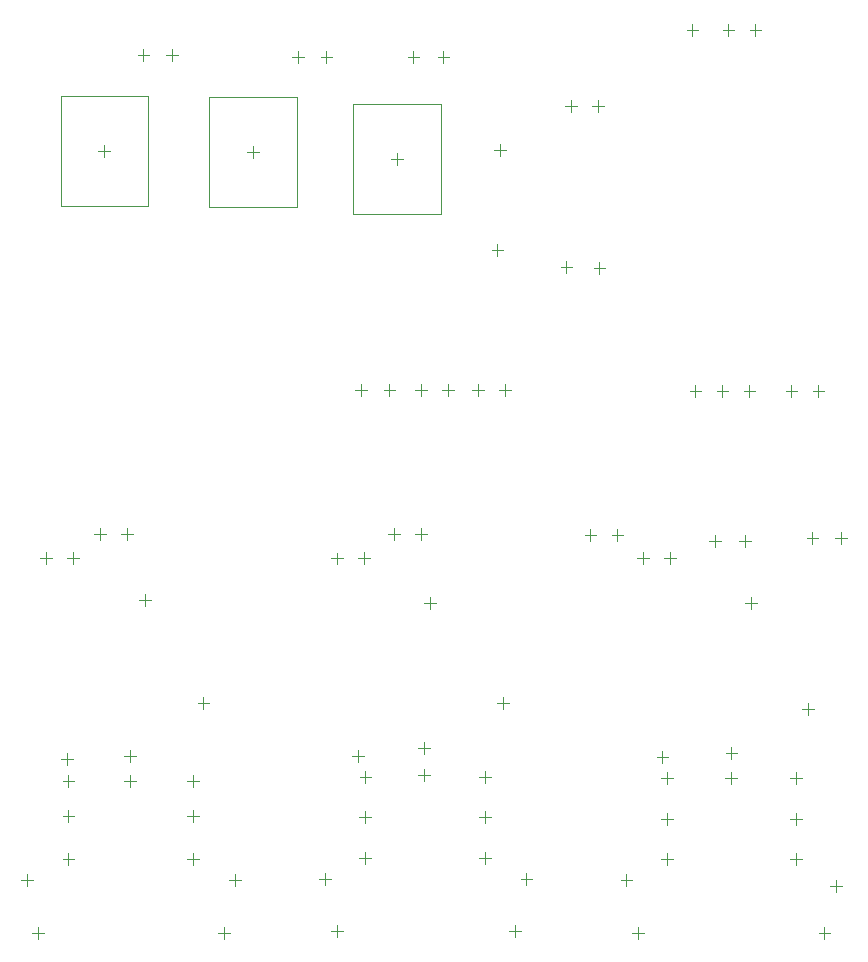
<source format=gbr>
G04 Layer_Color=32768*
%FSLAX26Y26*%
%MOIN*%
%TF.FileFunction,Other,Mechanical_15*%
%TF.Part,Single*%
G01*
G75*
%TA.AperFunction,NonConductor*%
%ADD56C,0.003937*%
%ADD57C,0.001968*%
D56*
X1160000Y2960315D02*
Y2999685D01*
X1140315Y2980000D02*
X1179685D01*
X1645000Y2960315D02*
Y2999685D01*
X1625315Y2980000D02*
X1664685D01*
X645000Y2965315D02*
Y3004685D01*
X625315Y2985000D02*
X664685D01*
X2165000Y2255315D02*
Y2294685D01*
X2145315Y2275000D02*
X2184685D01*
X2160000Y2795315D02*
Y2834685D01*
X2140315Y2815000D02*
X2179685D01*
X2055000Y2260315D02*
Y2299685D01*
X2035315Y2280000D02*
X2074685D01*
X2070000Y2795315D02*
Y2834685D01*
X2050315Y2815000D02*
X2089685D01*
X1805315Y2335000D02*
X1844685D01*
X1825000Y2315315D02*
Y2354685D01*
X1814248Y2670000D02*
X1853618D01*
X1833933Y2650315D02*
Y2689685D01*
X2475000Y3050315D02*
Y3089685D01*
X2455315Y3070000D02*
X2494685D01*
X2595000Y3050315D02*
Y3089685D01*
X2575315Y3070000D02*
X2614685D01*
X2685000Y3050315D02*
Y3089685D01*
X2665315Y3070000D02*
X2704685D01*
X2485000Y1845315D02*
Y1884685D01*
X2465315Y1865000D02*
X2504685D01*
X2665000Y1844685D02*
Y1884055D01*
X2645315Y1864370D02*
X2684685D01*
X2575000Y1845315D02*
Y1884685D01*
X2555315Y1865000D02*
X2594685D01*
X2115315Y1385000D02*
X2154685D01*
X2135000Y1365315D02*
Y1404685D01*
X2205315Y1385000D02*
X2244685D01*
X2225000Y1365315D02*
Y1404685D01*
X570315Y1390000D02*
X609685D01*
X590000Y1370315D02*
Y1409685D01*
X480315Y1390000D02*
X519685D01*
X500000Y1370315D02*
Y1409685D01*
X1550315Y1390000D02*
X1589685D01*
X1570000Y1370315D02*
Y1409685D01*
X1460315Y1390000D02*
X1499685D01*
X1480000Y1370315D02*
Y1409685D01*
X1360315Y1308588D02*
X1399685D01*
X1380000Y1288903D02*
Y1328273D01*
X1339685Y650000D02*
X1379055D01*
X1359370Y630315D02*
Y669685D01*
X1290000Y1287491D02*
Y1326861D01*
X1270315Y1307176D02*
X1309685D01*
X390315Y1308588D02*
X429685D01*
X410000Y1288903D02*
Y1328273D01*
X320000Y1290315D02*
Y1329685D01*
X300315Y1310000D02*
X339685D01*
X370315Y640000D02*
X409685D01*
X390000Y620315D02*
Y659685D01*
X495031Y2665000D02*
X534402D01*
X514716Y2645315D02*
Y2684685D01*
X990032Y2661000D02*
X1029402D01*
X1009716Y2641315D02*
Y2680685D01*
X1470032Y2640000D02*
X1509402D01*
X1489716Y2620315D02*
Y2659685D01*
X2355315Y645000D02*
X2394685D01*
X2375000Y625315D02*
Y664685D01*
X2310000Y1290315D02*
Y1329685D01*
X2290315Y1310000D02*
X2329685D01*
X2380315Y1308588D02*
X2419685D01*
X2400000Y1288903D02*
Y1328273D01*
X2630315Y1365000D02*
X2669685D01*
X2650000Y1345315D02*
Y1384685D01*
X2530315Y1365000D02*
X2569685D01*
X2550000Y1345315D02*
Y1384685D01*
X2950315Y1375000D02*
X2989685D01*
X2970000Y1355315D02*
Y1394685D01*
X2855315Y1375000D02*
X2894685D01*
X2875000Y1355315D02*
Y1394685D01*
X1760000Y1850315D02*
Y1889685D01*
X1740315Y1870000D02*
X1779685D01*
X1850000Y1850315D02*
Y1889685D01*
X1830315Y1870000D02*
X1869685D01*
X1570000Y1850315D02*
Y1889685D01*
X1550315Y1870000D02*
X1589685D01*
X1660000Y1850315D02*
Y1889685D01*
X1640315Y1870000D02*
X1679685D01*
X1370000Y1850315D02*
Y1889685D01*
X1350315Y1870000D02*
X1389685D01*
X1465000Y1850315D02*
Y1889685D01*
X1445315Y1870000D02*
X1484685D01*
X2805000Y1845315D02*
Y1884685D01*
X2785315Y1865000D02*
X2824685D01*
X2895000Y1845315D02*
Y1884685D01*
X2875315Y1865000D02*
X2914685D01*
X1579370Y655315D02*
Y694685D01*
X1559685Y675000D02*
X1599055D01*
X1784370Y290315D02*
Y329685D01*
X1764685Y310000D02*
X1804055D01*
X1784370Y425315D02*
Y464685D01*
X1764685Y445000D02*
X1804055D01*
X1784370Y560315D02*
Y599685D01*
X1764685Y580000D02*
X1804055D01*
X1902086Y240000D02*
X1941457D01*
X1921772Y220315D02*
Y259685D01*
X1884370Y45315D02*
Y84685D01*
X1864685Y65000D02*
X1904055D01*
X1385000Y560315D02*
Y599685D01*
X1365315Y580000D02*
X1404685D01*
X1384370Y425315D02*
Y464685D01*
X1364685Y445000D02*
X1404055D01*
X1384370Y290315D02*
Y329685D01*
X1364685Y310000D02*
X1404055D01*
X1229685Y240000D02*
X1269055D01*
X1249370Y220315D02*
Y259685D01*
X1289370Y45315D02*
Y84685D01*
X1269685Y65000D02*
X1309055D01*
X1844370Y805315D02*
Y844685D01*
X1824685Y825000D02*
X1864055D01*
X1559685Y585000D02*
X1599055D01*
X1579370Y565315D02*
Y604685D01*
X1600000Y1140315D02*
Y1179685D01*
X1580315Y1160000D02*
X1619685D01*
X395000Y546382D02*
Y585752D01*
X375315Y566067D02*
X414685D01*
X395000Y429248D02*
Y468618D01*
X375315Y448933D02*
X414685D01*
X395000Y285315D02*
Y324685D01*
X375315Y305000D02*
X414685D01*
X237775Y235000D02*
X277146D01*
X257461Y215315D02*
Y254685D01*
X294862Y40315D02*
Y79685D01*
X275177Y60000D02*
X314547D01*
X810000Y546382D02*
Y585752D01*
X790315Y566067D02*
X829685D01*
X810000Y429248D02*
Y468618D01*
X790315Y448933D02*
X829685D01*
X810000Y285315D02*
Y324685D01*
X790315Y305000D02*
X829685D01*
X930177Y235000D02*
X969547D01*
X949862Y215315D02*
Y254685D01*
X912461Y40315D02*
Y79685D01*
X892776Y60000D02*
X932146D01*
X600000Y630315D02*
Y669685D01*
X580315Y650000D02*
X619685D01*
X580315Y565000D02*
X619685D01*
X600000Y545315D02*
Y584685D01*
X845000Y805315D02*
Y844685D01*
X825315Y825000D02*
X864685D01*
X2860000Y785315D02*
Y824685D01*
X2840315Y805000D02*
X2879685D01*
X2583903Y575539D02*
X2623273D01*
X2603588Y555854D02*
Y595224D01*
X2670000Y1140315D02*
Y1179685D01*
X2650315Y1160000D02*
X2689685D01*
X2605000Y640315D02*
Y679685D01*
X2585315Y660000D02*
X2624685D01*
X2915000Y40315D02*
Y79685D01*
X2895315Y60000D02*
X2934685D01*
Y215000D02*
X2974055D01*
X2954370Y195315D02*
Y234685D01*
X2820000Y285315D02*
Y324685D01*
X2800315Y305000D02*
X2839685D01*
X2820000Y420315D02*
Y459685D01*
X2800315Y440000D02*
X2839685D01*
X2820000Y555315D02*
Y594685D01*
X2800315Y575000D02*
X2839685D01*
X2292401Y40315D02*
Y79685D01*
X2272716Y60000D02*
X2312087D01*
X2235315Y235000D02*
X2274685D01*
X2255000Y215315D02*
Y254685D01*
X2390000Y285315D02*
Y324685D01*
X2370315Y305000D02*
X2409685D01*
X2390000Y420315D02*
Y459685D01*
X2370315Y440000D02*
X2409685D01*
X2390000Y555315D02*
Y594685D01*
X2370315Y575000D02*
X2409685D01*
X650000Y1150315D02*
Y1189685D01*
X630315Y1170000D02*
X669685D01*
X1525315Y2980000D02*
X1564685D01*
X1545000Y2960315D02*
Y2999685D01*
X1235315Y2980000D02*
X1274685D01*
X1255000Y2960315D02*
Y2999685D01*
X720315Y2985000D02*
X759685D01*
X740000Y2965315D02*
Y3004685D01*
D57*
X660386Y2481929D02*
Y2848071D01*
X369047Y2481929D02*
Y2848071D01*
X660386D01*
X369047Y2481929D02*
X660386D01*
X1155386Y2477929D02*
Y2844071D01*
X864047Y2477929D02*
Y2844071D01*
X1155386D01*
X864047Y2477929D02*
X1155386D01*
X1635386Y2456929D02*
Y2823071D01*
X1344047Y2456929D02*
Y2823071D01*
X1635386D01*
X1344047Y2456929D02*
X1635386D01*
%TF.MD5,90383671ffabe43f381748302ecff7ff*%
M02*

</source>
